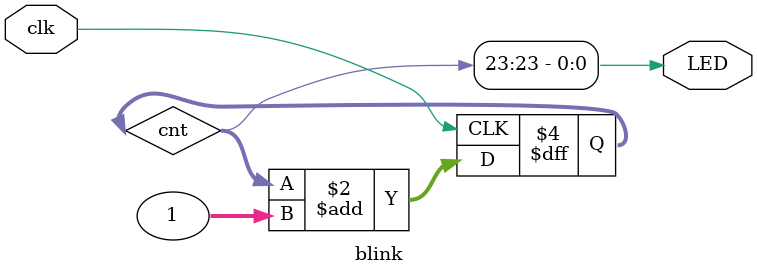
<source format=v>
    module blink (
    input wire clk, // 50MHz input clock
    output wire LED // LED ouput
    );
 
// create a binary counter
    reg [31:0] cnt; // 32-bit counter
 
initial begin
 
cnt <= 32'h00000000; // start at zero
 
end
 
always @(posedge clk) begin
 
cnt <= cnt + 1; // count up
 
end
 
//assign LED to 25th bit of the counter to blink the LED at a few Hz
assign LED = cnt[23];

endmodule
</source>
